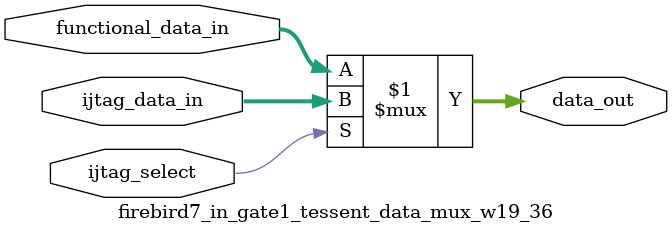
<source format=sv>

module firebird7_in_gate1_tessent_data_mux_w19_36 (
  input wire ijtag_select,
  input wire [18:0]  functional_data_in,
  input wire [18:0]  ijtag_data_in,
  output wire [18:0] data_out
);
assign data_out = (ijtag_select) ? ijtag_data_in : functional_data_in;
endmodule

</source>
